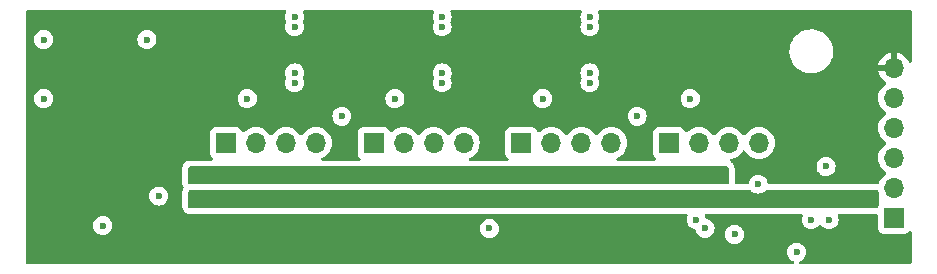
<source format=gbr>
%TF.GenerationSoftware,KiCad,Pcbnew,7.0.11-7.0.11~ubuntu22.04.1*%
%TF.CreationDate,2025-05-05T15:28:32+03:00*%
%TF.ProjectId,USB_Magic_Hub,5553425f-4d61-4676-9963-5f4875622e6b,rev?*%
%TF.SameCoordinates,PXc65d40PYc65d40*%
%TF.FileFunction,Copper,L3,Inr*%
%TF.FilePolarity,Positive*%
%FSLAX46Y46*%
G04 Gerber Fmt 4.6, Leading zero omitted, Abs format (unit mm)*
G04 Created by KiCad (PCBNEW 7.0.11-7.0.11~ubuntu22.04.1) date 2025-05-05 15:28:32*
%MOMM*%
%LPD*%
G01*
G04 APERTURE LIST*
%TA.AperFunction,ComponentPad*%
%ADD10R,1.700000X1.700000*%
%TD*%
%TA.AperFunction,ComponentPad*%
%ADD11O,1.700000X1.700000*%
%TD*%
%TA.AperFunction,ViaPad*%
%ADD12C,0.600000*%
%TD*%
%TA.AperFunction,ViaPad*%
%ADD13C,0.750000*%
%TD*%
G04 APERTURE END LIST*
D10*
%TO.N,/VBUS1*%
%TO.C,J1*%
X54950000Y-11750000D03*
D11*
%TO.N,/D1-*%
X57490000Y-11750000D03*
%TO.N,/D1+*%
X60030000Y-11750000D03*
%TO.N,/GND*%
X62570000Y-11750000D03*
%TD*%
D10*
%TO.N,/VBUS2*%
%TO.C,J2*%
X42450000Y-11750000D03*
D11*
%TO.N,/D2-*%
X44990000Y-11750000D03*
%TO.N,/D2+*%
X47530000Y-11750000D03*
%TO.N,/GND*%
X50070000Y-11750000D03*
%TD*%
D10*
%TO.N,/VBUS3*%
%TO.C,J3*%
X29950000Y-11750000D03*
D11*
%TO.N,/D3-*%
X32490000Y-11750000D03*
%TO.N,/D3+*%
X35030000Y-11750000D03*
%TO.N,/GND*%
X37570000Y-11750000D03*
%TD*%
D10*
%TO.N,/SEL3*%
%TO.C,J4*%
X74000000Y-18100000D03*
D11*
%TO.N,/SEL4*%
X74000000Y-15560000D03*
%TO.N,/~{RESET}*%
X74000000Y-13020000D03*
%TO.N,/GND*%
X74000000Y-10480000D03*
%TO.N,/SEL2*%
X74000000Y-7940000D03*
%TO.N,/VCC_MCU*%
X74000000Y-5400000D03*
%TD*%
D10*
%TO.N,/VBUS4*%
%TO.C,J5*%
X17450000Y-11750000D03*
D11*
%TO.N,/D4-*%
X19990000Y-11750000D03*
%TO.N,/D4+*%
X22530000Y-11750000D03*
%TO.N,/GND*%
X25070000Y-11750000D03*
%TD*%
D12*
%TO.N,/GND*%
X67000000Y-18250000D03*
X7000000Y-18750000D03*
X19250000Y-8000000D03*
X68500000Y-18250000D03*
X65750000Y-21000000D03*
X10750000Y-3000000D03*
X56750000Y-8000000D03*
X44250000Y-8000000D03*
X11750000Y-16250000D03*
X31750000Y-8000000D03*
%TO.N,/VCC_MCU*%
X48250000Y-8000000D03*
X70250000Y-21000000D03*
X35750000Y-8000000D03*
X51000000Y-18250000D03*
X23250000Y-8000000D03*
X60750000Y-8000000D03*
X26000000Y-18250000D03*
%TO.N,/SEL2*%
X57250000Y-18250000D03*
X52250000Y-9500000D03*
X68250000Y-13750000D03*
%TO.N,/SEL3*%
X39750000Y-19000000D03*
X58000000Y-19000000D03*
%TO.N,/~{PWR_ENABLE}*%
X71750000Y-16500000D03*
X46250000Y-16500000D03*
X33750000Y-16500000D03*
X15500000Y-16500000D03*
X21250000Y-16500000D03*
X58750000Y-16500000D03*
D13*
%TO.N,Net-(Q1-S)*%
X33750000Y-14750000D03*
X46250000Y-14750000D03*
X21250000Y-14750000D03*
X58750000Y-14750000D03*
X15500000Y-14750000D03*
D12*
%TO.N,Net-(U1-~{XRSTJ})*%
X2000000Y-8000000D03*
X2000000Y-3000000D03*
%TO.N,/SEL4*%
X27250000Y-9500000D03*
X62500000Y-15250000D03*
X60500000Y-19500000D03*
%TO.N,/UFP-*%
X23250000Y-5825000D03*
X35750000Y-5825000D03*
X48250000Y-5825000D03*
X23250000Y-1925000D03*
X48250000Y-1925000D03*
X35750000Y-1925000D03*
%TO.N,/UFP+*%
X48250000Y-6675000D03*
X23250000Y-1075000D03*
X35750000Y-6675000D03*
X48250000Y-1075000D03*
X35750000Y-1075000D03*
X23250000Y-6675000D03*
%TD*%
%TA.AperFunction,Conductor*%
%TO.N,Net-(Q1-S)*%
G36*
X59943039Y-13769685D02*
G01*
X59988794Y-13822489D01*
X60000000Y-13874000D01*
X60000000Y-15126000D01*
X59980315Y-15193039D01*
X59927511Y-15238794D01*
X59876000Y-15250000D01*
X14374000Y-15250000D01*
X14306961Y-15230315D01*
X14261206Y-15177511D01*
X14250000Y-15126000D01*
X14250000Y-13874000D01*
X14269685Y-13806961D01*
X14322489Y-13761206D01*
X14374000Y-13750000D01*
X59876000Y-13750000D01*
X59943039Y-13769685D01*
G37*
%TD.AperFunction*%
%TD*%
%TA.AperFunction,Conductor*%
%TO.N,/VCC_MCU*%
G36*
X22508252Y-520185D02*
G01*
X22554007Y-572989D01*
X22563951Y-642147D01*
X22546206Y-690473D01*
X22524211Y-725475D01*
X22464631Y-895745D01*
X22464630Y-895750D01*
X22444435Y-1074996D01*
X22444435Y-1075003D01*
X22464630Y-1254249D01*
X22464631Y-1254254D01*
X22524212Y-1424525D01*
X22530185Y-1434032D01*
X22549183Y-1501269D01*
X22530185Y-1565968D01*
X22524212Y-1575474D01*
X22464631Y-1745745D01*
X22464630Y-1745750D01*
X22444435Y-1924996D01*
X22444435Y-1925003D01*
X22464630Y-2104249D01*
X22464631Y-2104254D01*
X22524211Y-2274523D01*
X22584319Y-2370184D01*
X22620184Y-2427262D01*
X22747738Y-2554816D01*
X22838080Y-2611582D01*
X22899979Y-2650476D01*
X22900478Y-2650789D01*
X23070745Y-2710368D01*
X23070750Y-2710369D01*
X23249996Y-2730565D01*
X23250000Y-2730565D01*
X23250004Y-2730565D01*
X23429249Y-2710369D01*
X23429252Y-2710368D01*
X23429255Y-2710368D01*
X23599522Y-2650789D01*
X23752262Y-2554816D01*
X23879816Y-2427262D01*
X23975789Y-2274522D01*
X24035368Y-2104255D01*
X24055565Y-1925000D01*
X24035368Y-1745745D01*
X24035367Y-1745743D01*
X24035366Y-1745737D01*
X23975789Y-1575479D01*
X23975789Y-1575478D01*
X23969815Y-1565971D01*
X23950815Y-1498737D01*
X23969816Y-1434027D01*
X23975789Y-1424522D01*
X24035368Y-1254255D01*
X24055565Y-1075000D01*
X24035368Y-895745D01*
X23975789Y-725478D01*
X23975788Y-725475D01*
X23953794Y-690473D01*
X23934793Y-623236D01*
X23955160Y-556401D01*
X24008428Y-511187D01*
X24058787Y-500500D01*
X34941213Y-500500D01*
X35008252Y-520185D01*
X35054007Y-572989D01*
X35063951Y-642147D01*
X35046206Y-690473D01*
X35024211Y-725475D01*
X34964631Y-895745D01*
X34964630Y-895750D01*
X34944435Y-1074996D01*
X34944435Y-1075003D01*
X34964630Y-1254249D01*
X34964631Y-1254254D01*
X35024212Y-1424525D01*
X35030185Y-1434032D01*
X35049183Y-1501269D01*
X35030185Y-1565968D01*
X35024212Y-1575474D01*
X34964631Y-1745745D01*
X34964630Y-1745750D01*
X34944435Y-1924996D01*
X34944435Y-1925003D01*
X34964630Y-2104249D01*
X34964631Y-2104254D01*
X35024211Y-2274523D01*
X35084319Y-2370184D01*
X35120184Y-2427262D01*
X35247738Y-2554816D01*
X35338080Y-2611582D01*
X35399979Y-2650476D01*
X35400478Y-2650789D01*
X35570745Y-2710368D01*
X35570750Y-2710369D01*
X35749996Y-2730565D01*
X35750000Y-2730565D01*
X35750004Y-2730565D01*
X35929249Y-2710369D01*
X35929252Y-2710368D01*
X35929255Y-2710368D01*
X36099522Y-2650789D01*
X36252262Y-2554816D01*
X36379816Y-2427262D01*
X36475789Y-2274522D01*
X36535368Y-2104255D01*
X36555565Y-1925000D01*
X36535368Y-1745745D01*
X36535367Y-1745743D01*
X36535366Y-1745737D01*
X36475789Y-1575479D01*
X36475789Y-1575478D01*
X36469815Y-1565971D01*
X36450815Y-1498737D01*
X36469816Y-1434027D01*
X36475789Y-1424522D01*
X36535368Y-1254255D01*
X36555565Y-1075000D01*
X36535368Y-895745D01*
X36475789Y-725478D01*
X36475788Y-725475D01*
X36453794Y-690473D01*
X36434793Y-623236D01*
X36455160Y-556401D01*
X36508428Y-511187D01*
X36558787Y-500500D01*
X47441213Y-500500D01*
X47508252Y-520185D01*
X47554007Y-572989D01*
X47563951Y-642147D01*
X47546206Y-690473D01*
X47524211Y-725475D01*
X47464631Y-895745D01*
X47464630Y-895750D01*
X47444435Y-1074996D01*
X47444435Y-1075003D01*
X47464630Y-1254249D01*
X47464631Y-1254254D01*
X47524212Y-1424525D01*
X47530185Y-1434032D01*
X47549183Y-1501269D01*
X47530185Y-1565968D01*
X47524212Y-1575474D01*
X47464631Y-1745745D01*
X47464630Y-1745750D01*
X47444435Y-1924996D01*
X47444435Y-1925003D01*
X47464630Y-2104249D01*
X47464631Y-2104254D01*
X47524211Y-2274523D01*
X47584319Y-2370184D01*
X47620184Y-2427262D01*
X47747738Y-2554816D01*
X47838080Y-2611582D01*
X47899979Y-2650476D01*
X47900478Y-2650789D01*
X48070745Y-2710368D01*
X48070750Y-2710369D01*
X48249996Y-2730565D01*
X48250000Y-2730565D01*
X48250004Y-2730565D01*
X48429249Y-2710369D01*
X48429252Y-2710368D01*
X48429255Y-2710368D01*
X48599522Y-2650789D01*
X48752262Y-2554816D01*
X48879816Y-2427262D01*
X48975789Y-2274522D01*
X49035368Y-2104255D01*
X49055565Y-1925000D01*
X49035368Y-1745745D01*
X49035367Y-1745743D01*
X49035366Y-1745737D01*
X48975789Y-1575479D01*
X48975789Y-1575478D01*
X48969815Y-1565971D01*
X48950815Y-1498737D01*
X48969816Y-1434027D01*
X48975789Y-1424522D01*
X49035368Y-1254255D01*
X49055565Y-1075000D01*
X49035368Y-895745D01*
X48975789Y-725478D01*
X48975788Y-725475D01*
X48953794Y-690473D01*
X48934793Y-623236D01*
X48955160Y-556401D01*
X49008428Y-511187D01*
X49058787Y-500500D01*
X75375500Y-500500D01*
X75442539Y-520185D01*
X75488294Y-572989D01*
X75499500Y-624500D01*
X75499500Y-4861988D01*
X75479815Y-4929027D01*
X75427011Y-4974782D01*
X75357853Y-4984726D01*
X75294297Y-4955701D01*
X75263118Y-4914393D01*
X75173600Y-4722422D01*
X75173599Y-4722420D01*
X75038113Y-4528926D01*
X75038108Y-4528920D01*
X74871082Y-4361894D01*
X74677578Y-4226399D01*
X74463492Y-4126570D01*
X74463486Y-4126567D01*
X74250000Y-4069364D01*
X74250000Y-4964498D01*
X74142315Y-4915320D01*
X74035763Y-4900000D01*
X73964237Y-4900000D01*
X73857685Y-4915320D01*
X73750000Y-4964498D01*
X73750000Y-4069364D01*
X73749999Y-4069364D01*
X73536513Y-4126567D01*
X73536507Y-4126570D01*
X73322422Y-4226399D01*
X73322420Y-4226400D01*
X73128926Y-4361886D01*
X73128920Y-4361891D01*
X72961891Y-4528920D01*
X72961886Y-4528926D01*
X72826400Y-4722420D01*
X72826399Y-4722422D01*
X72726570Y-4936507D01*
X72726567Y-4936513D01*
X72669364Y-5149999D01*
X72669364Y-5150000D01*
X73566314Y-5150000D01*
X73540507Y-5190156D01*
X73500000Y-5328111D01*
X73500000Y-5471889D01*
X73540507Y-5609844D01*
X73566314Y-5650000D01*
X72669364Y-5650000D01*
X72726567Y-5863486D01*
X72726570Y-5863492D01*
X72826399Y-6077578D01*
X72961894Y-6271082D01*
X73128917Y-6438105D01*
X73314595Y-6568119D01*
X73358219Y-6622696D01*
X73365412Y-6692195D01*
X73333890Y-6754549D01*
X73314595Y-6771269D01*
X73128594Y-6901508D01*
X72961505Y-7068597D01*
X72825965Y-7262169D01*
X72825964Y-7262171D01*
X72726098Y-7476335D01*
X72726094Y-7476344D01*
X72664938Y-7704586D01*
X72664936Y-7704596D01*
X72644341Y-7939999D01*
X72644341Y-7940000D01*
X72664936Y-8175403D01*
X72664938Y-8175413D01*
X72726094Y-8403655D01*
X72726096Y-8403659D01*
X72726097Y-8403663D01*
X72761319Y-8479196D01*
X72825965Y-8617830D01*
X72825967Y-8617834D01*
X72901558Y-8725788D01*
X72943276Y-8785368D01*
X72961501Y-8811395D01*
X72961506Y-8811402D01*
X73128597Y-8978493D01*
X73128603Y-8978498D01*
X73314158Y-9108425D01*
X73357783Y-9163002D01*
X73364977Y-9232500D01*
X73333454Y-9294855D01*
X73314158Y-9311575D01*
X73128597Y-9441505D01*
X72961505Y-9608597D01*
X72825965Y-9802169D01*
X72825964Y-9802171D01*
X72726098Y-10016335D01*
X72726094Y-10016344D01*
X72664938Y-10244586D01*
X72664936Y-10244596D01*
X72644341Y-10479999D01*
X72644341Y-10480000D01*
X72664936Y-10715403D01*
X72664938Y-10715413D01*
X72726094Y-10943655D01*
X72726096Y-10943659D01*
X72726097Y-10943663D01*
X72791283Y-11083454D01*
X72825965Y-11157830D01*
X72825967Y-11157834D01*
X72961501Y-11351395D01*
X72961506Y-11351402D01*
X73128597Y-11518493D01*
X73128603Y-11518498D01*
X73314158Y-11648425D01*
X73357783Y-11703002D01*
X73364977Y-11772500D01*
X73333454Y-11834855D01*
X73314158Y-11851575D01*
X73128597Y-11981505D01*
X72961505Y-12148597D01*
X72825965Y-12342169D01*
X72825964Y-12342171D01*
X72726098Y-12556335D01*
X72726094Y-12556344D01*
X72664938Y-12784586D01*
X72664936Y-12784596D01*
X72644341Y-13019999D01*
X72644341Y-13020000D01*
X72664936Y-13255403D01*
X72664938Y-13255413D01*
X72726094Y-13483655D01*
X72726096Y-13483659D01*
X72726097Y-13483663D01*
X72786173Y-13612496D01*
X72825965Y-13697830D01*
X72825967Y-13697834D01*
X72961501Y-13891395D01*
X72961506Y-13891402D01*
X73128597Y-14058493D01*
X73128603Y-14058498D01*
X73314158Y-14188425D01*
X73357783Y-14243002D01*
X73364977Y-14312500D01*
X73333454Y-14374855D01*
X73314158Y-14391575D01*
X73128597Y-14521505D01*
X72961505Y-14688597D01*
X72825965Y-14882169D01*
X72825964Y-14882171D01*
X72726098Y-15096335D01*
X72726096Y-15096339D01*
X72710104Y-15156022D01*
X72673738Y-15215682D01*
X72610891Y-15246210D01*
X72572687Y-15246666D01*
X72569418Y-15246196D01*
X72557621Y-15244500D01*
X72557618Y-15244500D01*
X63415759Y-15244500D01*
X63348720Y-15224815D01*
X63302965Y-15172011D01*
X63292539Y-15134384D01*
X63285369Y-15070749D01*
X63285368Y-15070745D01*
X63225789Y-14900478D01*
X63129816Y-14747738D01*
X63002262Y-14620184D01*
X62899422Y-14555565D01*
X62849523Y-14524211D01*
X62679254Y-14464631D01*
X62679249Y-14464630D01*
X62500004Y-14444435D01*
X62499996Y-14444435D01*
X62320750Y-14464630D01*
X62320745Y-14464631D01*
X62150476Y-14524211D01*
X61997737Y-14620184D01*
X61870184Y-14747737D01*
X61774211Y-14900476D01*
X61714631Y-15070745D01*
X61714630Y-15070749D01*
X61707461Y-15134384D01*
X61680394Y-15198798D01*
X61622800Y-15238353D01*
X61584241Y-15244500D01*
X60629500Y-15244500D01*
X60562461Y-15224815D01*
X60516706Y-15172011D01*
X60505500Y-15120500D01*
X60505500Y-13874010D01*
X60505500Y-13874000D01*
X60493947Y-13766544D01*
X60490349Y-13750003D01*
X67444435Y-13750003D01*
X67464630Y-13929249D01*
X67464631Y-13929254D01*
X67524211Y-14099523D01*
X67590578Y-14205145D01*
X67620184Y-14252262D01*
X67747738Y-14379816D01*
X67838080Y-14436582D01*
X67882721Y-14464632D01*
X67900478Y-14475789D01*
X68031127Y-14521505D01*
X68070745Y-14535368D01*
X68070750Y-14535369D01*
X68249996Y-14555565D01*
X68250000Y-14555565D01*
X68250004Y-14555565D01*
X68429249Y-14535369D01*
X68429252Y-14535368D01*
X68429255Y-14535368D01*
X68599522Y-14475789D01*
X68752262Y-14379816D01*
X68879816Y-14252262D01*
X68975789Y-14099522D01*
X69035368Y-13929255D01*
X69041595Y-13873990D01*
X69055565Y-13750003D01*
X69055565Y-13749996D01*
X69035369Y-13570750D01*
X69035368Y-13570745D01*
X69013616Y-13508581D01*
X68975789Y-13400478D01*
X68962403Y-13379175D01*
X68885041Y-13256054D01*
X68879816Y-13247738D01*
X68752262Y-13120184D01*
X68720934Y-13100499D01*
X68599523Y-13024211D01*
X68429254Y-12964631D01*
X68429249Y-12964630D01*
X68250004Y-12944435D01*
X68249996Y-12944435D01*
X68070750Y-12964630D01*
X68070745Y-12964631D01*
X67900476Y-13024211D01*
X67747737Y-13120184D01*
X67620184Y-13247737D01*
X67524211Y-13400476D01*
X67464631Y-13570745D01*
X67464630Y-13570750D01*
X67444435Y-13749996D01*
X67444435Y-13750003D01*
X60490349Y-13750003D01*
X60482741Y-13715033D01*
X60477015Y-13697830D01*
X60448616Y-13612502D01*
X60448613Y-13612496D01*
X60381830Y-13508581D01*
X60370825Y-13491457D01*
X60370820Y-13491451D01*
X60325076Y-13438659D01*
X60325072Y-13438656D01*
X60325070Y-13438653D01*
X60216336Y-13344433D01*
X60216333Y-13344431D01*
X60216330Y-13344429D01*
X60175327Y-13325703D01*
X60122524Y-13279947D01*
X60102841Y-13212907D01*
X60122527Y-13145868D01*
X60175332Y-13100115D01*
X60216031Y-13089383D01*
X60265408Y-13085063D01*
X60493663Y-13023903D01*
X60707830Y-12924035D01*
X60901401Y-12788495D01*
X61068495Y-12621401D01*
X61198425Y-12435842D01*
X61253002Y-12392217D01*
X61322500Y-12385023D01*
X61384855Y-12416546D01*
X61401575Y-12435842D01*
X61531500Y-12621395D01*
X61531505Y-12621401D01*
X61698599Y-12788495D01*
X61795384Y-12856265D01*
X61892165Y-12924032D01*
X61892167Y-12924033D01*
X61892170Y-12924035D01*
X62106337Y-13023903D01*
X62334592Y-13085063D01*
X62511034Y-13100500D01*
X62569999Y-13105659D01*
X62570000Y-13105659D01*
X62570001Y-13105659D01*
X62628966Y-13100500D01*
X62805408Y-13085063D01*
X63033663Y-13023903D01*
X63247830Y-12924035D01*
X63441401Y-12788495D01*
X63608495Y-12621401D01*
X63744035Y-12427830D01*
X63843903Y-12213663D01*
X63905063Y-11985408D01*
X63925659Y-11750000D01*
X63923690Y-11727500D01*
X63916772Y-11648425D01*
X63905063Y-11514592D01*
X63843903Y-11286337D01*
X63744035Y-11072171D01*
X63738425Y-11064158D01*
X63608494Y-10878597D01*
X63441402Y-10711506D01*
X63441395Y-10711501D01*
X63247834Y-10575967D01*
X63247830Y-10575965D01*
X63247828Y-10575964D01*
X63033663Y-10476097D01*
X63033659Y-10476096D01*
X63033655Y-10476094D01*
X62805413Y-10414938D01*
X62805403Y-10414936D01*
X62570001Y-10394341D01*
X62569999Y-10394341D01*
X62334596Y-10414936D01*
X62334586Y-10414938D01*
X62106344Y-10476094D01*
X62106335Y-10476098D01*
X61892171Y-10575964D01*
X61892169Y-10575965D01*
X61698597Y-10711505D01*
X61531505Y-10878597D01*
X61401575Y-11064158D01*
X61346998Y-11107783D01*
X61277500Y-11114977D01*
X61215145Y-11083454D01*
X61198425Y-11064158D01*
X61068494Y-10878597D01*
X60901402Y-10711506D01*
X60901395Y-10711501D01*
X60707834Y-10575967D01*
X60707830Y-10575965D01*
X60707828Y-10575964D01*
X60493663Y-10476097D01*
X60493659Y-10476096D01*
X60493655Y-10476094D01*
X60265413Y-10414938D01*
X60265403Y-10414936D01*
X60030001Y-10394341D01*
X60029999Y-10394341D01*
X59794596Y-10414936D01*
X59794586Y-10414938D01*
X59566344Y-10476094D01*
X59566335Y-10476098D01*
X59352171Y-10575964D01*
X59352169Y-10575965D01*
X59158597Y-10711505D01*
X58991505Y-10878597D01*
X58861575Y-11064158D01*
X58806998Y-11107783D01*
X58737500Y-11114977D01*
X58675145Y-11083454D01*
X58658425Y-11064158D01*
X58528494Y-10878597D01*
X58361402Y-10711506D01*
X58361395Y-10711501D01*
X58167834Y-10575967D01*
X58167830Y-10575965D01*
X58167828Y-10575964D01*
X57953663Y-10476097D01*
X57953659Y-10476096D01*
X57953655Y-10476094D01*
X57725413Y-10414938D01*
X57725403Y-10414936D01*
X57490001Y-10394341D01*
X57489999Y-10394341D01*
X57254596Y-10414936D01*
X57254586Y-10414938D01*
X57026344Y-10476094D01*
X57026335Y-10476098D01*
X56812171Y-10575964D01*
X56812169Y-10575965D01*
X56618600Y-10711503D01*
X56496673Y-10833430D01*
X56435350Y-10866914D01*
X56365658Y-10861930D01*
X56309725Y-10820058D01*
X56292810Y-10789081D01*
X56243797Y-10657671D01*
X56243793Y-10657664D01*
X56157547Y-10542455D01*
X56157544Y-10542452D01*
X56042335Y-10456206D01*
X56042328Y-10456202D01*
X55907482Y-10405908D01*
X55907483Y-10405908D01*
X55847883Y-10399501D01*
X55847881Y-10399500D01*
X55847873Y-10399500D01*
X55847864Y-10399500D01*
X54052129Y-10399500D01*
X54052123Y-10399501D01*
X53992516Y-10405908D01*
X53857671Y-10456202D01*
X53857664Y-10456206D01*
X53742455Y-10542452D01*
X53742452Y-10542455D01*
X53656206Y-10657664D01*
X53656202Y-10657671D01*
X53605908Y-10792517D01*
X53599501Y-10852116D01*
X53599500Y-10852135D01*
X53599500Y-12647870D01*
X53599501Y-12647876D01*
X53605908Y-12707483D01*
X53656202Y-12842328D01*
X53656206Y-12842335D01*
X53742452Y-12957544D01*
X53742455Y-12957547D01*
X53827529Y-13021234D01*
X53869400Y-13077168D01*
X53874384Y-13146859D01*
X53840898Y-13208182D01*
X53779575Y-13241666D01*
X53753218Y-13244500D01*
X50619919Y-13244500D01*
X50552880Y-13224815D01*
X50507125Y-13172011D01*
X50497181Y-13102853D01*
X50526206Y-13039297D01*
X50567514Y-13008118D01*
X50572087Y-13005985D01*
X50747830Y-12924035D01*
X50941401Y-12788495D01*
X51108495Y-12621401D01*
X51244035Y-12427830D01*
X51343903Y-12213663D01*
X51405063Y-11985408D01*
X51425659Y-11750000D01*
X51423690Y-11727500D01*
X51416772Y-11648425D01*
X51405063Y-11514592D01*
X51343903Y-11286337D01*
X51244035Y-11072171D01*
X51238425Y-11064158D01*
X51108494Y-10878597D01*
X50941402Y-10711506D01*
X50941395Y-10711501D01*
X50747834Y-10575967D01*
X50747830Y-10575965D01*
X50747828Y-10575964D01*
X50533663Y-10476097D01*
X50533659Y-10476096D01*
X50533655Y-10476094D01*
X50305413Y-10414938D01*
X50305403Y-10414936D01*
X50070001Y-10394341D01*
X50069999Y-10394341D01*
X49834596Y-10414936D01*
X49834586Y-10414938D01*
X49606344Y-10476094D01*
X49606335Y-10476098D01*
X49392171Y-10575964D01*
X49392169Y-10575965D01*
X49198597Y-10711505D01*
X49031505Y-10878597D01*
X48901575Y-11064158D01*
X48846998Y-11107783D01*
X48777500Y-11114977D01*
X48715145Y-11083454D01*
X48698425Y-11064158D01*
X48568494Y-10878597D01*
X48401402Y-10711506D01*
X48401395Y-10711501D01*
X48207834Y-10575967D01*
X48207830Y-10575965D01*
X48207828Y-10575964D01*
X47993663Y-10476097D01*
X47993659Y-10476096D01*
X47993655Y-10476094D01*
X47765413Y-10414938D01*
X47765403Y-10414936D01*
X47530001Y-10394341D01*
X47529999Y-10394341D01*
X47294596Y-10414936D01*
X47294586Y-10414938D01*
X47066344Y-10476094D01*
X47066335Y-10476098D01*
X46852171Y-10575964D01*
X46852169Y-10575965D01*
X46658597Y-10711505D01*
X46491505Y-10878597D01*
X46361575Y-11064158D01*
X46306998Y-11107783D01*
X46237500Y-11114977D01*
X46175145Y-11083454D01*
X46158425Y-11064158D01*
X46028494Y-10878597D01*
X45861402Y-10711506D01*
X45861395Y-10711501D01*
X45667834Y-10575967D01*
X45667830Y-10575965D01*
X45667828Y-10575964D01*
X45453663Y-10476097D01*
X45453659Y-10476096D01*
X45453655Y-10476094D01*
X45225413Y-10414938D01*
X45225403Y-10414936D01*
X44990001Y-10394341D01*
X44989999Y-10394341D01*
X44754596Y-10414936D01*
X44754586Y-10414938D01*
X44526344Y-10476094D01*
X44526335Y-10476098D01*
X44312171Y-10575964D01*
X44312169Y-10575965D01*
X44118600Y-10711503D01*
X43996673Y-10833430D01*
X43935350Y-10866914D01*
X43865658Y-10861930D01*
X43809725Y-10820058D01*
X43792810Y-10789081D01*
X43743797Y-10657671D01*
X43743793Y-10657664D01*
X43657547Y-10542455D01*
X43657544Y-10542452D01*
X43542335Y-10456206D01*
X43542328Y-10456202D01*
X43407482Y-10405908D01*
X43407483Y-10405908D01*
X43347883Y-10399501D01*
X43347881Y-10399500D01*
X43347873Y-10399500D01*
X43347864Y-10399500D01*
X41552129Y-10399500D01*
X41552123Y-10399501D01*
X41492516Y-10405908D01*
X41357671Y-10456202D01*
X41357664Y-10456206D01*
X41242455Y-10542452D01*
X41242452Y-10542455D01*
X41156206Y-10657664D01*
X41156202Y-10657671D01*
X41105908Y-10792517D01*
X41099501Y-10852116D01*
X41099500Y-10852135D01*
X41099500Y-12647870D01*
X41099501Y-12647876D01*
X41105908Y-12707483D01*
X41156202Y-12842328D01*
X41156206Y-12842335D01*
X41242452Y-12957544D01*
X41242455Y-12957547D01*
X41327529Y-13021234D01*
X41369400Y-13077168D01*
X41374384Y-13146859D01*
X41340898Y-13208182D01*
X41279575Y-13241666D01*
X41253218Y-13244500D01*
X38119919Y-13244500D01*
X38052880Y-13224815D01*
X38007125Y-13172011D01*
X37997181Y-13102853D01*
X38026206Y-13039297D01*
X38067514Y-13008118D01*
X38072087Y-13005985D01*
X38247830Y-12924035D01*
X38441401Y-12788495D01*
X38608495Y-12621401D01*
X38744035Y-12427830D01*
X38843903Y-12213663D01*
X38905063Y-11985408D01*
X38925659Y-11750000D01*
X38923690Y-11727500D01*
X38916772Y-11648425D01*
X38905063Y-11514592D01*
X38843903Y-11286337D01*
X38744035Y-11072171D01*
X38738425Y-11064158D01*
X38608494Y-10878597D01*
X38441402Y-10711506D01*
X38441395Y-10711501D01*
X38247834Y-10575967D01*
X38247830Y-10575965D01*
X38247828Y-10575964D01*
X38033663Y-10476097D01*
X38033659Y-10476096D01*
X38033655Y-10476094D01*
X37805413Y-10414938D01*
X37805403Y-10414936D01*
X37570001Y-10394341D01*
X37569999Y-10394341D01*
X37334596Y-10414936D01*
X37334586Y-10414938D01*
X37106344Y-10476094D01*
X37106335Y-10476098D01*
X36892171Y-10575964D01*
X36892169Y-10575965D01*
X36698597Y-10711505D01*
X36531505Y-10878597D01*
X36401575Y-11064158D01*
X36346998Y-11107783D01*
X36277500Y-11114977D01*
X36215145Y-11083454D01*
X36198425Y-11064158D01*
X36068494Y-10878597D01*
X35901402Y-10711506D01*
X35901395Y-10711501D01*
X35707834Y-10575967D01*
X35707830Y-10575965D01*
X35707828Y-10575964D01*
X35493663Y-10476097D01*
X35493659Y-10476096D01*
X35493655Y-10476094D01*
X35265413Y-10414938D01*
X35265403Y-10414936D01*
X35030001Y-10394341D01*
X35029999Y-10394341D01*
X34794596Y-10414936D01*
X34794586Y-10414938D01*
X34566344Y-10476094D01*
X34566335Y-10476098D01*
X34352171Y-10575964D01*
X34352169Y-10575965D01*
X34158597Y-10711505D01*
X33991505Y-10878597D01*
X33861575Y-11064158D01*
X33806998Y-11107783D01*
X33737500Y-11114977D01*
X33675145Y-11083454D01*
X33658425Y-11064158D01*
X33528494Y-10878597D01*
X33361402Y-10711506D01*
X33361395Y-10711501D01*
X33167834Y-10575967D01*
X33167830Y-10575965D01*
X33167828Y-10575964D01*
X32953663Y-10476097D01*
X32953659Y-10476096D01*
X32953655Y-10476094D01*
X32725413Y-10414938D01*
X32725403Y-10414936D01*
X32490001Y-10394341D01*
X32489999Y-10394341D01*
X32254596Y-10414936D01*
X32254586Y-10414938D01*
X32026344Y-10476094D01*
X32026335Y-10476098D01*
X31812171Y-10575964D01*
X31812169Y-10575965D01*
X31618600Y-10711503D01*
X31496673Y-10833430D01*
X31435350Y-10866914D01*
X31365658Y-10861930D01*
X31309725Y-10820058D01*
X31292810Y-10789081D01*
X31243797Y-10657671D01*
X31243793Y-10657664D01*
X31157547Y-10542455D01*
X31157544Y-10542452D01*
X31042335Y-10456206D01*
X31042328Y-10456202D01*
X30907482Y-10405908D01*
X30907483Y-10405908D01*
X30847883Y-10399501D01*
X30847881Y-10399500D01*
X30847873Y-10399500D01*
X30847864Y-10399500D01*
X29052129Y-10399500D01*
X29052123Y-10399501D01*
X28992516Y-10405908D01*
X28857671Y-10456202D01*
X28857664Y-10456206D01*
X28742455Y-10542452D01*
X28742452Y-10542455D01*
X28656206Y-10657664D01*
X28656202Y-10657671D01*
X28605908Y-10792517D01*
X28599501Y-10852116D01*
X28599500Y-10852135D01*
X28599500Y-12647870D01*
X28599501Y-12647876D01*
X28605908Y-12707483D01*
X28656202Y-12842328D01*
X28656206Y-12842335D01*
X28742452Y-12957544D01*
X28742455Y-12957547D01*
X28827529Y-13021234D01*
X28869400Y-13077168D01*
X28874384Y-13146859D01*
X28840898Y-13208182D01*
X28779575Y-13241666D01*
X28753218Y-13244500D01*
X25619919Y-13244500D01*
X25552880Y-13224815D01*
X25507125Y-13172011D01*
X25497181Y-13102853D01*
X25526206Y-13039297D01*
X25567514Y-13008118D01*
X25572087Y-13005985D01*
X25747830Y-12924035D01*
X25941401Y-12788495D01*
X26108495Y-12621401D01*
X26244035Y-12427830D01*
X26343903Y-12213663D01*
X26405063Y-11985408D01*
X26425659Y-11750000D01*
X26423690Y-11727500D01*
X26416772Y-11648425D01*
X26405063Y-11514592D01*
X26343903Y-11286337D01*
X26244035Y-11072171D01*
X26238425Y-11064158D01*
X26108494Y-10878597D01*
X25941402Y-10711506D01*
X25941395Y-10711501D01*
X25747834Y-10575967D01*
X25747830Y-10575965D01*
X25747828Y-10575964D01*
X25533663Y-10476097D01*
X25533659Y-10476096D01*
X25533655Y-10476094D01*
X25305413Y-10414938D01*
X25305403Y-10414936D01*
X25070001Y-10394341D01*
X25069999Y-10394341D01*
X24834596Y-10414936D01*
X24834586Y-10414938D01*
X24606344Y-10476094D01*
X24606335Y-10476098D01*
X24392171Y-10575964D01*
X24392169Y-10575965D01*
X24198597Y-10711505D01*
X24031505Y-10878597D01*
X23901575Y-11064158D01*
X23846998Y-11107783D01*
X23777500Y-11114977D01*
X23715145Y-11083454D01*
X23698425Y-11064158D01*
X23568494Y-10878597D01*
X23401402Y-10711506D01*
X23401395Y-10711501D01*
X23207834Y-10575967D01*
X23207830Y-10575965D01*
X23207828Y-10575964D01*
X22993663Y-10476097D01*
X22993659Y-10476096D01*
X22993655Y-10476094D01*
X22765413Y-10414938D01*
X22765403Y-10414936D01*
X22530001Y-10394341D01*
X22529999Y-10394341D01*
X22294596Y-10414936D01*
X22294586Y-10414938D01*
X22066344Y-10476094D01*
X22066335Y-10476098D01*
X21852171Y-10575964D01*
X21852169Y-10575965D01*
X21658597Y-10711505D01*
X21491505Y-10878597D01*
X21361575Y-11064158D01*
X21306998Y-11107783D01*
X21237500Y-11114977D01*
X21175145Y-11083454D01*
X21158425Y-11064158D01*
X21028494Y-10878597D01*
X20861402Y-10711506D01*
X20861395Y-10711501D01*
X20667834Y-10575967D01*
X20667830Y-10575965D01*
X20667828Y-10575964D01*
X20453663Y-10476097D01*
X20453659Y-10476096D01*
X20453655Y-10476094D01*
X20225413Y-10414938D01*
X20225403Y-10414936D01*
X19990001Y-10394341D01*
X19989999Y-10394341D01*
X19754596Y-10414936D01*
X19754586Y-10414938D01*
X19526344Y-10476094D01*
X19526335Y-10476098D01*
X19312171Y-10575964D01*
X19312169Y-10575965D01*
X19118600Y-10711503D01*
X18996673Y-10833430D01*
X18935350Y-10866914D01*
X18865658Y-10861930D01*
X18809725Y-10820058D01*
X18792810Y-10789081D01*
X18743797Y-10657671D01*
X18743793Y-10657664D01*
X18657547Y-10542455D01*
X18657544Y-10542452D01*
X18542335Y-10456206D01*
X18542328Y-10456202D01*
X18407482Y-10405908D01*
X18407483Y-10405908D01*
X18347883Y-10399501D01*
X18347881Y-10399500D01*
X18347873Y-10399500D01*
X18347864Y-10399500D01*
X16552129Y-10399500D01*
X16552123Y-10399501D01*
X16492516Y-10405908D01*
X16357671Y-10456202D01*
X16357664Y-10456206D01*
X16242455Y-10542452D01*
X16242452Y-10542455D01*
X16156206Y-10657664D01*
X16156202Y-10657671D01*
X16105908Y-10792517D01*
X16099501Y-10852116D01*
X16099500Y-10852135D01*
X16099500Y-12647870D01*
X16099501Y-12647876D01*
X16105908Y-12707483D01*
X16156202Y-12842328D01*
X16156206Y-12842335D01*
X16242452Y-12957544D01*
X16242455Y-12957547D01*
X16327529Y-13021234D01*
X16369400Y-13077168D01*
X16374384Y-13146859D01*
X16340898Y-13208182D01*
X16279575Y-13241666D01*
X16253218Y-13244500D01*
X14374000Y-13244500D01*
X14373991Y-13244500D01*
X14373990Y-13244501D01*
X14266549Y-13256052D01*
X14266537Y-13256054D01*
X14215027Y-13267260D01*
X14112502Y-13301383D01*
X14112496Y-13301386D01*
X13991462Y-13379171D01*
X13991451Y-13379179D01*
X13938659Y-13424923D01*
X13844433Y-13533664D01*
X13844430Y-13533668D01*
X13784664Y-13664534D01*
X13764976Y-13731582D01*
X13759949Y-13766549D01*
X13744500Y-13874000D01*
X13744500Y-15126000D01*
X13744501Y-15126009D01*
X13756052Y-15233450D01*
X13756054Y-15233462D01*
X13767260Y-15284972D01*
X13801383Y-15387497D01*
X13801386Y-15387503D01*
X13828964Y-15430414D01*
X13848649Y-15497453D01*
X13837443Y-15548966D01*
X13784664Y-15664534D01*
X13764976Y-15731582D01*
X13762653Y-15747738D01*
X13744500Y-15874000D01*
X13744500Y-17126000D01*
X13744501Y-17126009D01*
X13756052Y-17233450D01*
X13756054Y-17233462D01*
X13767260Y-17284972D01*
X13801383Y-17387497D01*
X13801386Y-17387503D01*
X13879171Y-17508537D01*
X13879179Y-17508548D01*
X13924923Y-17561340D01*
X13924926Y-17561343D01*
X13924930Y-17561347D01*
X14033664Y-17655567D01*
X14164541Y-17715338D01*
X14231580Y-17735023D01*
X14231584Y-17735024D01*
X14374000Y-17755500D01*
X56400179Y-17755500D01*
X56467218Y-17775185D01*
X56512973Y-17827989D01*
X56522917Y-17897147D01*
X56517220Y-17920455D01*
X56464633Y-18070737D01*
X56464630Y-18070750D01*
X56444435Y-18249996D01*
X56444435Y-18250003D01*
X56464630Y-18429249D01*
X56464631Y-18429254D01*
X56524211Y-18599523D01*
X56596538Y-18714630D01*
X56620184Y-18752262D01*
X56747738Y-18879816D01*
X56900478Y-18975789D01*
X57070745Y-19035368D01*
X57101795Y-19038866D01*
X57166207Y-19065930D01*
X57205763Y-19123524D01*
X57211132Y-19148201D01*
X57214630Y-19179249D01*
X57214631Y-19179254D01*
X57214632Y-19179255D01*
X57219209Y-19192335D01*
X57274210Y-19349521D01*
X57293245Y-19379815D01*
X57370184Y-19502262D01*
X57497738Y-19629816D01*
X57650478Y-19725789D01*
X57820745Y-19785368D01*
X57820750Y-19785369D01*
X57999996Y-19805565D01*
X58000000Y-19805565D01*
X58000004Y-19805565D01*
X58179249Y-19785369D01*
X58179252Y-19785368D01*
X58179255Y-19785368D01*
X58349522Y-19725789D01*
X58502262Y-19629816D01*
X58629816Y-19502262D01*
X58631235Y-19500003D01*
X59694435Y-19500003D01*
X59714630Y-19679249D01*
X59714631Y-19679254D01*
X59774211Y-19849523D01*
X59870184Y-20002262D01*
X59997738Y-20129816D01*
X60088080Y-20186582D01*
X60132721Y-20214632D01*
X60150478Y-20225789D01*
X60288860Y-20274211D01*
X60320745Y-20285368D01*
X60320750Y-20285369D01*
X60499996Y-20305565D01*
X60500000Y-20305565D01*
X60500004Y-20305565D01*
X60679249Y-20285369D01*
X60679252Y-20285368D01*
X60679255Y-20285368D01*
X60849522Y-20225789D01*
X61002262Y-20129816D01*
X61129816Y-20002262D01*
X61225789Y-19849522D01*
X61285368Y-19679255D01*
X61285369Y-19679249D01*
X61305565Y-19500003D01*
X61305565Y-19499996D01*
X61285369Y-19320750D01*
X61285368Y-19320745D01*
X61280749Y-19307544D01*
X61225789Y-19150478D01*
X61224358Y-19148201D01*
X61153461Y-19035369D01*
X61129816Y-18997738D01*
X61002262Y-18870184D01*
X60849523Y-18774211D01*
X60679254Y-18714631D01*
X60679249Y-18714630D01*
X60500004Y-18694435D01*
X60499996Y-18694435D01*
X60320750Y-18714630D01*
X60320745Y-18714631D01*
X60150476Y-18774211D01*
X59997737Y-18870184D01*
X59870184Y-18997737D01*
X59774211Y-19150476D01*
X59714631Y-19320745D01*
X59714630Y-19320750D01*
X59694435Y-19499996D01*
X59694435Y-19500003D01*
X58631235Y-19500003D01*
X58725789Y-19349522D01*
X58785368Y-19179255D01*
X58786531Y-19168936D01*
X58805565Y-19000003D01*
X58805565Y-18999996D01*
X58785369Y-18820750D01*
X58785368Y-18820745D01*
X58760612Y-18749996D01*
X58725789Y-18650478D01*
X58629816Y-18497738D01*
X58502262Y-18370184D01*
X58349521Y-18274210D01*
X58179249Y-18214630D01*
X58148201Y-18211132D01*
X58083787Y-18184065D01*
X58044233Y-18126469D01*
X58038867Y-18101802D01*
X58035368Y-18070745D01*
X58035367Y-18070742D01*
X58035366Y-18070737D01*
X57982780Y-17920455D01*
X57979218Y-17850676D01*
X58013946Y-17790049D01*
X58075940Y-17757821D01*
X58099821Y-17755500D01*
X66150179Y-17755500D01*
X66217218Y-17775185D01*
X66262973Y-17827989D01*
X66272917Y-17897147D01*
X66267220Y-17920455D01*
X66214633Y-18070737D01*
X66214630Y-18070750D01*
X66194435Y-18249996D01*
X66194435Y-18250003D01*
X66214630Y-18429249D01*
X66214631Y-18429254D01*
X66274211Y-18599523D01*
X66346538Y-18714630D01*
X66370184Y-18752262D01*
X66497738Y-18879816D01*
X66650478Y-18975789D01*
X66719678Y-19000003D01*
X66820745Y-19035368D01*
X66820750Y-19035369D01*
X66999996Y-19055565D01*
X67000000Y-19055565D01*
X67000004Y-19055565D01*
X67179249Y-19035369D01*
X67179252Y-19035368D01*
X67179255Y-19035368D01*
X67349522Y-18975789D01*
X67502262Y-18879816D01*
X67629816Y-18752262D01*
X67645007Y-18728084D01*
X67697339Y-18681796D01*
X67766393Y-18671146D01*
X67830242Y-18699521D01*
X67854990Y-18728082D01*
X67870184Y-18752262D01*
X67997738Y-18879816D01*
X68150478Y-18975789D01*
X68219678Y-19000003D01*
X68320745Y-19035368D01*
X68320750Y-19035369D01*
X68499996Y-19055565D01*
X68500000Y-19055565D01*
X68500004Y-19055565D01*
X68679249Y-19035369D01*
X68679252Y-19035368D01*
X68679255Y-19035368D01*
X68849522Y-18975789D01*
X69002262Y-18879816D01*
X69129816Y-18752262D01*
X69225789Y-18599522D01*
X69285368Y-18429255D01*
X69285369Y-18429249D01*
X69305565Y-18250003D01*
X69305565Y-18249996D01*
X69285369Y-18070750D01*
X69285366Y-18070737D01*
X69232780Y-17920455D01*
X69229218Y-17850676D01*
X69263946Y-17790049D01*
X69325940Y-17757821D01*
X69349821Y-17755500D01*
X72525500Y-17755500D01*
X72592539Y-17775185D01*
X72638294Y-17827989D01*
X72649500Y-17879500D01*
X72649500Y-18997870D01*
X72649501Y-18997876D01*
X72655908Y-19057483D01*
X72706202Y-19192328D01*
X72706206Y-19192335D01*
X72792452Y-19307544D01*
X72792455Y-19307547D01*
X72907664Y-19393793D01*
X72907671Y-19393797D01*
X73042517Y-19444091D01*
X73042516Y-19444091D01*
X73049444Y-19444835D01*
X73102127Y-19450500D01*
X74897872Y-19450499D01*
X74957483Y-19444091D01*
X75092331Y-19393796D01*
X75207546Y-19307546D01*
X75276234Y-19215789D01*
X75332167Y-19173920D01*
X75401859Y-19168936D01*
X75463182Y-19202421D01*
X75496666Y-19263745D01*
X75499500Y-19290102D01*
X75499500Y-21875500D01*
X75479815Y-21942539D01*
X75427011Y-21988294D01*
X75375500Y-21999500D01*
X66047114Y-21999500D01*
X65980075Y-21979815D01*
X65934320Y-21927011D01*
X65924376Y-21857853D01*
X65953401Y-21794297D01*
X66006160Y-21758458D01*
X66042531Y-21745730D01*
X66099522Y-21725789D01*
X66252262Y-21629816D01*
X66379816Y-21502262D01*
X66475789Y-21349522D01*
X66535368Y-21179255D01*
X66555565Y-21000000D01*
X66535368Y-20820745D01*
X66475789Y-20650478D01*
X66379816Y-20497738D01*
X66252262Y-20370184D01*
X66149422Y-20305565D01*
X66099523Y-20274211D01*
X65929254Y-20214631D01*
X65929249Y-20214630D01*
X65750004Y-20194435D01*
X65749996Y-20194435D01*
X65570750Y-20214630D01*
X65570745Y-20214631D01*
X65400476Y-20274211D01*
X65247737Y-20370184D01*
X65120184Y-20497737D01*
X65024211Y-20650476D01*
X64964631Y-20820745D01*
X64964630Y-20820750D01*
X64944435Y-20999996D01*
X64944435Y-21000003D01*
X64964630Y-21179249D01*
X64964631Y-21179254D01*
X65024211Y-21349523D01*
X65120184Y-21502262D01*
X65247738Y-21629816D01*
X65400478Y-21725789D01*
X65493840Y-21758458D01*
X65550617Y-21799180D01*
X65576364Y-21864133D01*
X65562908Y-21932694D01*
X65514521Y-21983097D01*
X65452886Y-21999500D01*
X624500Y-21999500D01*
X557461Y-21979815D01*
X511706Y-21927011D01*
X500500Y-21875500D01*
X500500Y-18750003D01*
X6194435Y-18750003D01*
X6214630Y-18929249D01*
X6214631Y-18929254D01*
X6274211Y-19099523D01*
X6332525Y-19192328D01*
X6370184Y-19252262D01*
X6497738Y-19379816D01*
X6519987Y-19393796D01*
X6610227Y-19450498D01*
X6650478Y-19475789D01*
X6820745Y-19535368D01*
X6820750Y-19535369D01*
X6999996Y-19555565D01*
X7000000Y-19555565D01*
X7000004Y-19555565D01*
X7179249Y-19535369D01*
X7179252Y-19535368D01*
X7179255Y-19535368D01*
X7349522Y-19475789D01*
X7502262Y-19379816D01*
X7629816Y-19252262D01*
X7725789Y-19099522D01*
X7760612Y-19000003D01*
X38944435Y-19000003D01*
X38964630Y-19179249D01*
X38964631Y-19179254D01*
X39024211Y-19349523D01*
X39087658Y-19450498D01*
X39120184Y-19502262D01*
X39247738Y-19629816D01*
X39400478Y-19725789D01*
X39570745Y-19785368D01*
X39570750Y-19785369D01*
X39749996Y-19805565D01*
X39750000Y-19805565D01*
X39750004Y-19805565D01*
X39929249Y-19785369D01*
X39929252Y-19785368D01*
X39929255Y-19785368D01*
X40099522Y-19725789D01*
X40252262Y-19629816D01*
X40379816Y-19502262D01*
X40475789Y-19349522D01*
X40535368Y-19179255D01*
X40536531Y-19168936D01*
X40555565Y-19000003D01*
X40555565Y-18999996D01*
X40535369Y-18820750D01*
X40535368Y-18820745D01*
X40510612Y-18749996D01*
X40475789Y-18650478D01*
X40379816Y-18497738D01*
X40252262Y-18370184D01*
X40099523Y-18274211D01*
X39929254Y-18214631D01*
X39929249Y-18214630D01*
X39750004Y-18194435D01*
X39749996Y-18194435D01*
X39570750Y-18214630D01*
X39570745Y-18214631D01*
X39400476Y-18274211D01*
X39247737Y-18370184D01*
X39120184Y-18497737D01*
X39024211Y-18650476D01*
X38964631Y-18820745D01*
X38964630Y-18820750D01*
X38944435Y-18999996D01*
X38944435Y-19000003D01*
X7760612Y-19000003D01*
X7785368Y-18929255D01*
X7785369Y-18929249D01*
X7805565Y-18750003D01*
X7805565Y-18749996D01*
X7785369Y-18570750D01*
X7785368Y-18570745D01*
X7759821Y-18497737D01*
X7725789Y-18400478D01*
X7629816Y-18247738D01*
X7502262Y-18120184D01*
X7349523Y-18024211D01*
X7179254Y-17964631D01*
X7179249Y-17964630D01*
X7000004Y-17944435D01*
X6999996Y-17944435D01*
X6820750Y-17964630D01*
X6820745Y-17964631D01*
X6650476Y-18024211D01*
X6497737Y-18120184D01*
X6370184Y-18247737D01*
X6274211Y-18400476D01*
X6214631Y-18570745D01*
X6214630Y-18570750D01*
X6194435Y-18749996D01*
X6194435Y-18750003D01*
X500500Y-18750003D01*
X500500Y-16250003D01*
X10944435Y-16250003D01*
X10964630Y-16429249D01*
X10964631Y-16429254D01*
X11024211Y-16599523D01*
X11108731Y-16734035D01*
X11120184Y-16752262D01*
X11247738Y-16879816D01*
X11400478Y-16975789D01*
X11479986Y-17003610D01*
X11570745Y-17035368D01*
X11570750Y-17035369D01*
X11749996Y-17055565D01*
X11750000Y-17055565D01*
X11750004Y-17055565D01*
X11929249Y-17035369D01*
X11929252Y-17035368D01*
X11929255Y-17035368D01*
X12099522Y-16975789D01*
X12252262Y-16879816D01*
X12379816Y-16752262D01*
X12475789Y-16599522D01*
X12535368Y-16429255D01*
X12555565Y-16250000D01*
X12554194Y-16237834D01*
X12535369Y-16070750D01*
X12535368Y-16070745D01*
X12475788Y-15900476D01*
X12379815Y-15747737D01*
X12252262Y-15620184D01*
X12099523Y-15524211D01*
X11929254Y-15464631D01*
X11929249Y-15464630D01*
X11750004Y-15444435D01*
X11749996Y-15444435D01*
X11570750Y-15464630D01*
X11570745Y-15464631D01*
X11400476Y-15524211D01*
X11247737Y-15620184D01*
X11120184Y-15747737D01*
X11024211Y-15900476D01*
X10964631Y-16070745D01*
X10964630Y-16070750D01*
X10944435Y-16249996D01*
X10944435Y-16250003D01*
X500500Y-16250003D01*
X500500Y-9500003D01*
X26444435Y-9500003D01*
X26464630Y-9679249D01*
X26464631Y-9679254D01*
X26524211Y-9849523D01*
X26614495Y-9993208D01*
X26620184Y-10002262D01*
X26747738Y-10129816D01*
X26900478Y-10225789D01*
X27070745Y-10285368D01*
X27070750Y-10285369D01*
X27249996Y-10305565D01*
X27250000Y-10305565D01*
X27250004Y-10305565D01*
X27429249Y-10285369D01*
X27429252Y-10285368D01*
X27429255Y-10285368D01*
X27599522Y-10225789D01*
X27752262Y-10129816D01*
X27879816Y-10002262D01*
X27975789Y-9849522D01*
X28035368Y-9679255D01*
X28043329Y-9608599D01*
X28055565Y-9500003D01*
X51444435Y-9500003D01*
X51464630Y-9679249D01*
X51464631Y-9679254D01*
X51524211Y-9849523D01*
X51614495Y-9993208D01*
X51620184Y-10002262D01*
X51747738Y-10129816D01*
X51900478Y-10225789D01*
X52070745Y-10285368D01*
X52070750Y-10285369D01*
X52249996Y-10305565D01*
X52250000Y-10305565D01*
X52250004Y-10305565D01*
X52429249Y-10285369D01*
X52429252Y-10285368D01*
X52429255Y-10285368D01*
X52599522Y-10225789D01*
X52752262Y-10129816D01*
X52879816Y-10002262D01*
X52975789Y-9849522D01*
X53035368Y-9679255D01*
X53043329Y-9608599D01*
X53055565Y-9500003D01*
X53055565Y-9499996D01*
X53035369Y-9320750D01*
X53035368Y-9320745D01*
X53004490Y-9232500D01*
X52975789Y-9150478D01*
X52879816Y-8997738D01*
X52752262Y-8870184D01*
X52599523Y-8774211D01*
X52429254Y-8714631D01*
X52429249Y-8714630D01*
X52250004Y-8694435D01*
X52249996Y-8694435D01*
X52070750Y-8714630D01*
X52070745Y-8714631D01*
X51900476Y-8774211D01*
X51747737Y-8870184D01*
X51620184Y-8997737D01*
X51524211Y-9150476D01*
X51464631Y-9320745D01*
X51464630Y-9320750D01*
X51444435Y-9499996D01*
X51444435Y-9500003D01*
X28055565Y-9500003D01*
X28055565Y-9499996D01*
X28035369Y-9320750D01*
X28035368Y-9320745D01*
X28004490Y-9232500D01*
X27975789Y-9150478D01*
X27879816Y-8997738D01*
X27752262Y-8870184D01*
X27599523Y-8774211D01*
X27429254Y-8714631D01*
X27429249Y-8714630D01*
X27250004Y-8694435D01*
X27249996Y-8694435D01*
X27070750Y-8714630D01*
X27070745Y-8714631D01*
X26900476Y-8774211D01*
X26747737Y-8870184D01*
X26620184Y-8997737D01*
X26524211Y-9150476D01*
X26464631Y-9320745D01*
X26464630Y-9320750D01*
X26444435Y-9499996D01*
X26444435Y-9500003D01*
X500500Y-9500003D01*
X500500Y-8000003D01*
X1194435Y-8000003D01*
X1214630Y-8179249D01*
X1214631Y-8179254D01*
X1274211Y-8349523D01*
X1322762Y-8426791D01*
X1370184Y-8502262D01*
X1497738Y-8629816D01*
X1588080Y-8686582D01*
X1632721Y-8714632D01*
X1650478Y-8725789D01*
X1788860Y-8774211D01*
X1820745Y-8785368D01*
X1820750Y-8785369D01*
X1999996Y-8805565D01*
X2000000Y-8805565D01*
X2000004Y-8805565D01*
X2179249Y-8785369D01*
X2179252Y-8785368D01*
X2179255Y-8785368D01*
X2349522Y-8725789D01*
X2502262Y-8629816D01*
X2629816Y-8502262D01*
X2725789Y-8349522D01*
X2785368Y-8179255D01*
X2785801Y-8175413D01*
X2805565Y-8000003D01*
X18444435Y-8000003D01*
X18464630Y-8179249D01*
X18464631Y-8179254D01*
X18524211Y-8349523D01*
X18572762Y-8426791D01*
X18620184Y-8502262D01*
X18747738Y-8629816D01*
X18838080Y-8686582D01*
X18882721Y-8714632D01*
X18900478Y-8725789D01*
X19038860Y-8774211D01*
X19070745Y-8785368D01*
X19070750Y-8785369D01*
X19249996Y-8805565D01*
X19250000Y-8805565D01*
X19250004Y-8805565D01*
X19429249Y-8785369D01*
X19429252Y-8785368D01*
X19429255Y-8785368D01*
X19599522Y-8725789D01*
X19752262Y-8629816D01*
X19879816Y-8502262D01*
X19975789Y-8349522D01*
X20035368Y-8179255D01*
X20035801Y-8175413D01*
X20055565Y-8000003D01*
X30944435Y-8000003D01*
X30964630Y-8179249D01*
X30964631Y-8179254D01*
X31024211Y-8349523D01*
X31072762Y-8426791D01*
X31120184Y-8502262D01*
X31247738Y-8629816D01*
X31338080Y-8686582D01*
X31382721Y-8714632D01*
X31400478Y-8725789D01*
X31538860Y-8774211D01*
X31570745Y-8785368D01*
X31570750Y-8785369D01*
X31749996Y-8805565D01*
X31750000Y-8805565D01*
X31750004Y-8805565D01*
X31929249Y-8785369D01*
X31929252Y-8785368D01*
X31929255Y-8785368D01*
X32099522Y-8725789D01*
X32252262Y-8629816D01*
X32379816Y-8502262D01*
X32475789Y-8349522D01*
X32535368Y-8179255D01*
X32535801Y-8175413D01*
X32555565Y-8000003D01*
X43444435Y-8000003D01*
X43464630Y-8179249D01*
X43464631Y-8179254D01*
X43524211Y-8349523D01*
X43572762Y-8426791D01*
X43620184Y-8502262D01*
X43747738Y-8629816D01*
X43838080Y-8686582D01*
X43882721Y-8714632D01*
X43900478Y-8725789D01*
X44038860Y-8774211D01*
X44070745Y-8785368D01*
X44070750Y-8785369D01*
X44249996Y-8805565D01*
X44250000Y-8805565D01*
X44250004Y-8805565D01*
X44429249Y-8785369D01*
X44429252Y-8785368D01*
X44429255Y-8785368D01*
X44599522Y-8725789D01*
X44752262Y-8629816D01*
X44879816Y-8502262D01*
X44975789Y-8349522D01*
X45035368Y-8179255D01*
X45035801Y-8175413D01*
X45055565Y-8000003D01*
X55944435Y-8000003D01*
X55964630Y-8179249D01*
X55964631Y-8179254D01*
X56024211Y-8349523D01*
X56072762Y-8426791D01*
X56120184Y-8502262D01*
X56247738Y-8629816D01*
X56338080Y-8686582D01*
X56382721Y-8714632D01*
X56400478Y-8725789D01*
X56538860Y-8774211D01*
X56570745Y-8785368D01*
X56570750Y-8785369D01*
X56749996Y-8805565D01*
X56750000Y-8805565D01*
X56750004Y-8805565D01*
X56929249Y-8785369D01*
X56929252Y-8785368D01*
X56929255Y-8785368D01*
X57099522Y-8725789D01*
X57252262Y-8629816D01*
X57379816Y-8502262D01*
X57475789Y-8349522D01*
X57535368Y-8179255D01*
X57535801Y-8175413D01*
X57555565Y-8000003D01*
X57555565Y-7999996D01*
X57535369Y-7820750D01*
X57535368Y-7820745D01*
X57475788Y-7650476D01*
X57379815Y-7497737D01*
X57252262Y-7370184D01*
X57099523Y-7274211D01*
X56929254Y-7214631D01*
X56929249Y-7214630D01*
X56750004Y-7194435D01*
X56749996Y-7194435D01*
X56570750Y-7214630D01*
X56570745Y-7214631D01*
X56400476Y-7274211D01*
X56247737Y-7370184D01*
X56120184Y-7497737D01*
X56024211Y-7650476D01*
X55964631Y-7820745D01*
X55964630Y-7820750D01*
X55944435Y-7999996D01*
X55944435Y-8000003D01*
X45055565Y-8000003D01*
X45055565Y-7999996D01*
X45035369Y-7820750D01*
X45035368Y-7820745D01*
X44975788Y-7650476D01*
X44879815Y-7497737D01*
X44752262Y-7370184D01*
X44599523Y-7274211D01*
X44429254Y-7214631D01*
X44429249Y-7214630D01*
X44250004Y-7194435D01*
X44249996Y-7194435D01*
X44070750Y-7214630D01*
X44070745Y-7214631D01*
X43900476Y-7274211D01*
X43747737Y-7370184D01*
X43620184Y-7497737D01*
X43524211Y-7650476D01*
X43464631Y-7820745D01*
X43464630Y-7820750D01*
X43444435Y-7999996D01*
X43444435Y-8000003D01*
X32555565Y-8000003D01*
X32555565Y-7999996D01*
X32535369Y-7820750D01*
X32535368Y-7820745D01*
X32475788Y-7650476D01*
X32379815Y-7497737D01*
X32252262Y-7370184D01*
X32099523Y-7274211D01*
X31929254Y-7214631D01*
X31929249Y-7214630D01*
X31750004Y-7194435D01*
X31749996Y-7194435D01*
X31570750Y-7214630D01*
X31570745Y-7214631D01*
X31400476Y-7274211D01*
X31247737Y-7370184D01*
X31120184Y-7497737D01*
X31024211Y-7650476D01*
X30964631Y-7820745D01*
X30964630Y-7820750D01*
X30944435Y-7999996D01*
X30944435Y-8000003D01*
X20055565Y-8000003D01*
X20055565Y-7999996D01*
X20035369Y-7820750D01*
X20035368Y-7820745D01*
X19975788Y-7650476D01*
X19879815Y-7497737D01*
X19752262Y-7370184D01*
X19599523Y-7274211D01*
X19429254Y-7214631D01*
X19429249Y-7214630D01*
X19250004Y-7194435D01*
X19249996Y-7194435D01*
X19070750Y-7214630D01*
X19070745Y-7214631D01*
X18900476Y-7274211D01*
X18747737Y-7370184D01*
X18620184Y-7497737D01*
X18524211Y-7650476D01*
X18464631Y-7820745D01*
X18464630Y-7820750D01*
X18444435Y-7999996D01*
X18444435Y-8000003D01*
X2805565Y-8000003D01*
X2805565Y-7999996D01*
X2785369Y-7820750D01*
X2785368Y-7820745D01*
X2725788Y-7650476D01*
X2629815Y-7497737D01*
X2502262Y-7370184D01*
X2349523Y-7274211D01*
X2179254Y-7214631D01*
X2179249Y-7214630D01*
X2000004Y-7194435D01*
X1999996Y-7194435D01*
X1820750Y-7214630D01*
X1820745Y-7214631D01*
X1650476Y-7274211D01*
X1497737Y-7370184D01*
X1370184Y-7497737D01*
X1274211Y-7650476D01*
X1214631Y-7820745D01*
X1214630Y-7820750D01*
X1194435Y-7999996D01*
X1194435Y-8000003D01*
X500500Y-8000003D01*
X500500Y-6675003D01*
X22444435Y-6675003D01*
X22464630Y-6854249D01*
X22464631Y-6854254D01*
X22524211Y-7024523D01*
X22551905Y-7068597D01*
X22620184Y-7177262D01*
X22747738Y-7304816D01*
X22900478Y-7400789D01*
X23050283Y-7453208D01*
X23070745Y-7460368D01*
X23070750Y-7460369D01*
X23249996Y-7480565D01*
X23250000Y-7480565D01*
X23250004Y-7480565D01*
X23429249Y-7460369D01*
X23429252Y-7460368D01*
X23429255Y-7460368D01*
X23599522Y-7400789D01*
X23752262Y-7304816D01*
X23879816Y-7177262D01*
X23975789Y-7024522D01*
X24035368Y-6854255D01*
X24035369Y-6854249D01*
X24055565Y-6675003D01*
X34944435Y-6675003D01*
X34964630Y-6854249D01*
X34964631Y-6854254D01*
X35024211Y-7024523D01*
X35051905Y-7068597D01*
X35120184Y-7177262D01*
X35247738Y-7304816D01*
X35400478Y-7400789D01*
X35550283Y-7453208D01*
X35570745Y-7460368D01*
X35570750Y-7460369D01*
X35749996Y-7480565D01*
X35750000Y-7480565D01*
X35750004Y-7480565D01*
X35929249Y-7460369D01*
X35929252Y-7460368D01*
X35929255Y-7460368D01*
X36099522Y-7400789D01*
X36252262Y-7304816D01*
X36379816Y-7177262D01*
X36475789Y-7024522D01*
X36535368Y-6854255D01*
X36535369Y-6854249D01*
X36555565Y-6675003D01*
X47444435Y-6675003D01*
X47464630Y-6854249D01*
X47464631Y-6854254D01*
X47524211Y-7024523D01*
X47551905Y-7068597D01*
X47620184Y-7177262D01*
X47747738Y-7304816D01*
X47900478Y-7400789D01*
X48050283Y-7453208D01*
X48070745Y-7460368D01*
X48070750Y-7460369D01*
X48249996Y-7480565D01*
X48250000Y-7480565D01*
X48250004Y-7480565D01*
X48429249Y-7460369D01*
X48429252Y-7460368D01*
X48429255Y-7460368D01*
X48599522Y-7400789D01*
X48752262Y-7304816D01*
X48879816Y-7177262D01*
X48975789Y-7024522D01*
X49035368Y-6854255D01*
X49035369Y-6854249D01*
X49055565Y-6675003D01*
X49055565Y-6674996D01*
X49035369Y-6495750D01*
X49035366Y-6495737D01*
X48975789Y-6325479D01*
X48975789Y-6325478D01*
X48969815Y-6315971D01*
X48950815Y-6248737D01*
X48969816Y-6184027D01*
X48975789Y-6174522D01*
X49035368Y-6004255D01*
X49048535Y-5887396D01*
X49055565Y-5825003D01*
X49055565Y-5824996D01*
X49035369Y-5645750D01*
X49035368Y-5645745D01*
X48975788Y-5475476D01*
X48879815Y-5322737D01*
X48752262Y-5195184D01*
X48599523Y-5099211D01*
X48429254Y-5039631D01*
X48429249Y-5039630D01*
X48250004Y-5019435D01*
X48249996Y-5019435D01*
X48070750Y-5039630D01*
X48070745Y-5039631D01*
X47900476Y-5099211D01*
X47747737Y-5195184D01*
X47620184Y-5322737D01*
X47524211Y-5475476D01*
X47464631Y-5645745D01*
X47464630Y-5645750D01*
X47444435Y-5824996D01*
X47444435Y-5825003D01*
X47464630Y-6004249D01*
X47464631Y-6004254D01*
X47524212Y-6174525D01*
X47530185Y-6184032D01*
X47549183Y-6251269D01*
X47530185Y-6315968D01*
X47524212Y-6325474D01*
X47464631Y-6495745D01*
X47464630Y-6495750D01*
X47444435Y-6674996D01*
X47444435Y-6675003D01*
X36555565Y-6675003D01*
X36555565Y-6674996D01*
X36535369Y-6495750D01*
X36535366Y-6495737D01*
X36475789Y-6325479D01*
X36475789Y-6325478D01*
X36469815Y-6315971D01*
X36450815Y-6248737D01*
X36469816Y-6184027D01*
X36475789Y-6174522D01*
X36535368Y-6004255D01*
X36548535Y-5887396D01*
X36555565Y-5825003D01*
X36555565Y-5824996D01*
X36535369Y-5645750D01*
X36535368Y-5645745D01*
X36475788Y-5475476D01*
X36379815Y-5322737D01*
X36252262Y-5195184D01*
X36099523Y-5099211D01*
X35929254Y-5039631D01*
X35929249Y-5039630D01*
X35750004Y-5019435D01*
X35749996Y-5019435D01*
X35570750Y-5039630D01*
X35570745Y-5039631D01*
X35400476Y-5099211D01*
X35247737Y-5195184D01*
X35120184Y-5322737D01*
X35024211Y-5475476D01*
X34964631Y-5645745D01*
X34964630Y-5645750D01*
X34944435Y-5824996D01*
X34944435Y-5825003D01*
X34964630Y-6004249D01*
X34964631Y-6004254D01*
X35024212Y-6174525D01*
X35030185Y-6184032D01*
X35049183Y-6251269D01*
X35030185Y-6315968D01*
X35024212Y-6325474D01*
X34964631Y-6495745D01*
X34964630Y-6495750D01*
X34944435Y-6674996D01*
X34944435Y-6675003D01*
X24055565Y-6675003D01*
X24055565Y-6674996D01*
X24035369Y-6495750D01*
X24035366Y-6495737D01*
X23975789Y-6325479D01*
X23975789Y-6325478D01*
X23969815Y-6315971D01*
X23950815Y-6248737D01*
X23969816Y-6184027D01*
X23975789Y-6174522D01*
X24035368Y-6004255D01*
X24048535Y-5887396D01*
X24055565Y-5825003D01*
X24055565Y-5824996D01*
X24035369Y-5645750D01*
X24035368Y-5645745D01*
X23975788Y-5475476D01*
X23879815Y-5322737D01*
X23752262Y-5195184D01*
X23599523Y-5099211D01*
X23429254Y-5039631D01*
X23429249Y-5039630D01*
X23250004Y-5019435D01*
X23249996Y-5019435D01*
X23070750Y-5039630D01*
X23070745Y-5039631D01*
X22900476Y-5099211D01*
X22747737Y-5195184D01*
X22620184Y-5322737D01*
X22524211Y-5475476D01*
X22464631Y-5645745D01*
X22464630Y-5645750D01*
X22444435Y-5824996D01*
X22444435Y-5825003D01*
X22464630Y-6004249D01*
X22464631Y-6004254D01*
X22524212Y-6174525D01*
X22530185Y-6184032D01*
X22549183Y-6251269D01*
X22530185Y-6315968D01*
X22524212Y-6325474D01*
X22464631Y-6495745D01*
X22464630Y-6495750D01*
X22444435Y-6674996D01*
X22444435Y-6675003D01*
X500500Y-6675003D01*
X500500Y-4067763D01*
X65145787Y-4067763D01*
X65175413Y-4337013D01*
X65175415Y-4337024D01*
X65225585Y-4528926D01*
X65243928Y-4599088D01*
X65349870Y-4848390D01*
X65466583Y-5039631D01*
X65490979Y-5079605D01*
X65490986Y-5079615D01*
X65664253Y-5287819D01*
X65664259Y-5287824D01*
X65769240Y-5381887D01*
X65865998Y-5468582D01*
X66091910Y-5618044D01*
X66337176Y-5733020D01*
X66337183Y-5733022D01*
X66337185Y-5733023D01*
X66596557Y-5811057D01*
X66596564Y-5811058D01*
X66596569Y-5811060D01*
X66864561Y-5850500D01*
X66864566Y-5850500D01*
X67067629Y-5850500D01*
X67067631Y-5850500D01*
X67067636Y-5850499D01*
X67067648Y-5850499D01*
X67105191Y-5847750D01*
X67270156Y-5835677D01*
X67382758Y-5810593D01*
X67534546Y-5776782D01*
X67534548Y-5776781D01*
X67534553Y-5776780D01*
X67787558Y-5680014D01*
X68023777Y-5547441D01*
X68238177Y-5381888D01*
X68426186Y-5186881D01*
X68583799Y-4966579D01*
X68657787Y-4822669D01*
X68707649Y-4725690D01*
X68707651Y-4725684D01*
X68707656Y-4725675D01*
X68795118Y-4469305D01*
X68844319Y-4202933D01*
X68854212Y-3932235D01*
X68824586Y-3662982D01*
X68756072Y-3400912D01*
X68650130Y-3151610D01*
X68509018Y-2920390D01*
X68507845Y-2918981D01*
X68335746Y-2712180D01*
X68335740Y-2712175D01*
X68134002Y-2531418D01*
X67908092Y-2381957D01*
X67882978Y-2370184D01*
X67662824Y-2266980D01*
X67662819Y-2266978D01*
X67662814Y-2266976D01*
X67403442Y-2188942D01*
X67403428Y-2188939D01*
X67287791Y-2171921D01*
X67135439Y-2149500D01*
X66932369Y-2149500D01*
X66932351Y-2149500D01*
X66729844Y-2164323D01*
X66729831Y-2164325D01*
X66465453Y-2223217D01*
X66465446Y-2223220D01*
X66212439Y-2319987D01*
X65976226Y-2452557D01*
X65761822Y-2618112D01*
X65573822Y-2813109D01*
X65573816Y-2813116D01*
X65416202Y-3033419D01*
X65416199Y-3033424D01*
X65292350Y-3274309D01*
X65292343Y-3274327D01*
X65204884Y-3530685D01*
X65204881Y-3530699D01*
X65155681Y-3797068D01*
X65155680Y-3797075D01*
X65145787Y-4067763D01*
X500500Y-4067763D01*
X500500Y-3000003D01*
X1194435Y-3000003D01*
X1214630Y-3179249D01*
X1214631Y-3179254D01*
X1274211Y-3349523D01*
X1370184Y-3502262D01*
X1497738Y-3629816D01*
X1650478Y-3725789D01*
X1820745Y-3785368D01*
X1820750Y-3785369D01*
X1999996Y-3805565D01*
X2000000Y-3805565D01*
X2000004Y-3805565D01*
X2179249Y-3785369D01*
X2179252Y-3785368D01*
X2179255Y-3785368D01*
X2349522Y-3725789D01*
X2502262Y-3629816D01*
X2629816Y-3502262D01*
X2725789Y-3349522D01*
X2785368Y-3179255D01*
X2801799Y-3033424D01*
X2805565Y-3000003D01*
X9944435Y-3000003D01*
X9964630Y-3179249D01*
X9964631Y-3179254D01*
X10024211Y-3349523D01*
X10120184Y-3502262D01*
X10247738Y-3629816D01*
X10400478Y-3725789D01*
X10570745Y-3785368D01*
X10570750Y-3785369D01*
X10749996Y-3805565D01*
X10750000Y-3805565D01*
X10750004Y-3805565D01*
X10929249Y-3785369D01*
X10929252Y-3785368D01*
X10929255Y-3785368D01*
X11099522Y-3725789D01*
X11252262Y-3629816D01*
X11379816Y-3502262D01*
X11475789Y-3349522D01*
X11535368Y-3179255D01*
X11551799Y-3033424D01*
X11555565Y-3000003D01*
X11555565Y-2999996D01*
X11535369Y-2820750D01*
X11535368Y-2820745D01*
X11532696Y-2813109D01*
X11475789Y-2650478D01*
X11379816Y-2497738D01*
X11252262Y-2370184D01*
X11099523Y-2274211D01*
X10929254Y-2214631D01*
X10929249Y-2214630D01*
X10750004Y-2194435D01*
X10749996Y-2194435D01*
X10570750Y-2214630D01*
X10570745Y-2214631D01*
X10400476Y-2274211D01*
X10247737Y-2370184D01*
X10120184Y-2497737D01*
X10024211Y-2650476D01*
X9964631Y-2820745D01*
X9964630Y-2820750D01*
X9944435Y-2999996D01*
X9944435Y-3000003D01*
X2805565Y-3000003D01*
X2805565Y-2999996D01*
X2785369Y-2820750D01*
X2785368Y-2820745D01*
X2782696Y-2813109D01*
X2725789Y-2650478D01*
X2629816Y-2497738D01*
X2502262Y-2370184D01*
X2349523Y-2274211D01*
X2179254Y-2214631D01*
X2179249Y-2214630D01*
X2000004Y-2194435D01*
X1999996Y-2194435D01*
X1820750Y-2214630D01*
X1820745Y-2214631D01*
X1650476Y-2274211D01*
X1497737Y-2370184D01*
X1370184Y-2497737D01*
X1274211Y-2650476D01*
X1214631Y-2820745D01*
X1214630Y-2820750D01*
X1194435Y-2999996D01*
X1194435Y-3000003D01*
X500500Y-3000003D01*
X500500Y-624500D01*
X520185Y-557461D01*
X572989Y-511706D01*
X624500Y-500500D01*
X22441213Y-500500D01*
X22508252Y-520185D01*
G37*
%TD.AperFunction*%
%TD*%
%TA.AperFunction,Conductor*%
%TO.N,/~{PWR_ENABLE}*%
G36*
X61883599Y-15769685D02*
G01*
X61904241Y-15786319D01*
X61997738Y-15879816D01*
X62150478Y-15975789D01*
X62287271Y-16023655D01*
X62320745Y-16035368D01*
X62320750Y-16035369D01*
X62499996Y-16055565D01*
X62500000Y-16055565D01*
X62500004Y-16055565D01*
X62679249Y-16035369D01*
X62679252Y-16035368D01*
X62679255Y-16035368D01*
X62849522Y-15975789D01*
X63002262Y-15879816D01*
X63095759Y-15786319D01*
X63157082Y-15752834D01*
X63183440Y-15750000D01*
X72557621Y-15750000D01*
X72624660Y-15769685D01*
X72670415Y-15822489D01*
X72677396Y-15841907D01*
X72726094Y-16023655D01*
X72726096Y-16023659D01*
X72726097Y-16023663D01*
X72731555Y-16035368D01*
X72738382Y-16050008D01*
X72750000Y-16102413D01*
X72750000Y-16907893D01*
X72730315Y-16974932D01*
X72725267Y-16982204D01*
X72706204Y-17007668D01*
X72706202Y-17007671D01*
X72655908Y-17142517D01*
X72654126Y-17150062D01*
X72651994Y-17149558D01*
X72629513Y-17203816D01*
X72572117Y-17243658D01*
X72532970Y-17250000D01*
X14374000Y-17250000D01*
X14306961Y-17230315D01*
X14261206Y-17177511D01*
X14250000Y-17126000D01*
X14250000Y-15874000D01*
X14269685Y-15806961D01*
X14322489Y-15761206D01*
X14374000Y-15750000D01*
X61816560Y-15750000D01*
X61883599Y-15769685D01*
G37*
%TD.AperFunction*%
%TD*%
M02*

</source>
